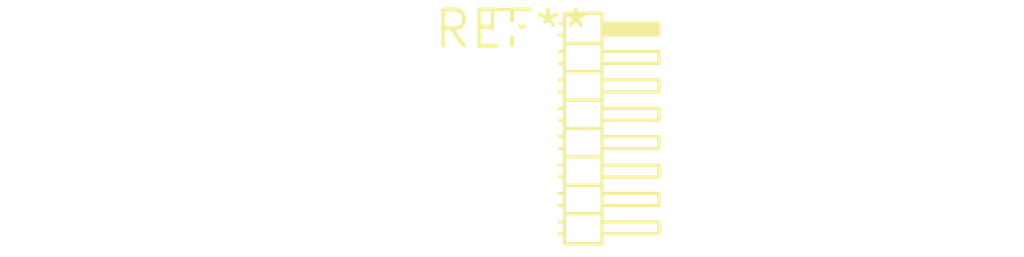
<source format=kicad_pcb>
(kicad_pcb (version 20240108) (generator pcbnew)
  (layers (0 "F.Cu" signal) (31 "B.Cu" signal) (34 "B.Paste" user) (35 "F.Paste" user) (36 "B.SilkS" user "B.Silkscreen") (37 "F.SilkS" user "F.Silkscreen") (38 "B.Mask" user) (39 "F.Mask" user) (44 "Edge.Cuts" user))
  (net 0 "")
  (footprint "PinHeader_2x08_P1.00mm_Horizontal" (layer "F.Cu") (at 0 0)
    (property "Reference" "REF**")
    (property "Value" "PinHeader_2x08_P1.00mm_Horizontal")
    (fp_line (start -0.685 -0.685) (end 0 -0.685) (layer "F.SilkS") (stroke (width 0.12)))
    (fp_line (start -0.685 0) (end -0.685 -0.685) (layer "F.SilkS") (stroke (width 0.12)))
    (fp_line (start 1.652016 -0.21) (end 1.84 -0.21) (layer "F.SilkS") (stroke (width 0.12)))
    (fp_line (start 1.652016 0.21) (end 1.84 0.21) (layer "F.SilkS") (stroke (width 0.12)))
    (fp_line (start 1.652016 0.79) (end 1.84 0.79) (layer "F.SilkS") (stroke (width 0.12)))
    (fp_line (start 1.652016 1.21) (end 1.84 1.21) (layer "F.SilkS") (stroke (width 0.12)))
    (fp_line (start 1.652016 1.79) (end 1.84 1.79) (layer "F.SilkS") (stroke (width 0.12)))
    (fp_line (start 1.652016 2.21) (end 1.84 2.21) (layer "F.SilkS") (stroke (width 0.12)))
    (fp_line (start 1.652016 2.79) (end 1.84 2.79) (layer "F.SilkS") (stroke (width 0.12)))
    (fp_line (start 1.652016 3.21) (end 1.84 3.21) (layer "F.SilkS") (stroke (width 0.12)))
    (fp_line (start 1.652016 3.79) (end 1.84 3.79) (layer "F.SilkS") (stroke (width 0.12)))
    (fp_line (start 1.652016 4.21) (end 1.84 4.21) (layer "F.SilkS") (stroke (width 0.12)))
    (fp_line (start 1.652016 4.79) (end 1.84 4.79) (layer "F.SilkS") (stroke (width 0.12)))
    (fp_line (start 1.652016 5.21) (end 1.84 5.21) (layer "F.SilkS") (stroke (width 0.12)))
    (fp_line (start 1.652016 5.79) (end 1.84 5.79) (layer "F.SilkS") (stroke (width 0.12)))
    (fp_line (start 1.652016 6.21) (end 1.84 6.21) (layer "F.SilkS") (stroke (width 0.12)))
    (fp_line (start 1.652016 6.79) (end 1.84 6.79) (layer "F.SilkS") (stroke (width 0.12)))
    (fp_line (start 1.652016 7.21) (end 1.84 7.21) (layer "F.SilkS") (stroke (width 0.12)))
    (fp_line (start 1.84 -0.56) (end 1.84 7.56) (layer "F.SilkS") (stroke (width 0.12)))
    (fp_line (start 1.84 0.5) (end 3.16 0.5) (layer "F.SilkS") (stroke (width 0.12)))
    (fp_line (start 1.84 1.5) (end 3.16 1.5) (layer "F.SilkS") (stroke (width 0.12)))
    (fp_line (start 1.84 2.5) (end 3.16 2.5) (layer "F.SilkS") (stroke (width 0.12)))
    (fp_line (start 1.84 3.5) (end 3.16 3.5) (layer "F.SilkS") (stroke (width 0.12)))
    (fp_line (start 1.84 4.5) (end 3.16 4.5) (layer "F.SilkS") (stroke (width 0.12)))
    (fp_line (start 1.84 5.5) (end 3.16 5.5) (layer "F.SilkS") (stroke (width 0.12)))
    (fp_line (start 1.84 6.5) (end 3.16 6.5) (layer "F.SilkS") (stroke (width 0.12)))
    (fp_line (start 1.84 7.56) (end 3.16 7.56) (layer "F.SilkS") (stroke (width 0.12)))
    (fp_line (start 3.16 -0.56) (end 1.84 -0.56) (layer "F.SilkS") (stroke (width 0.12)))
    (fp_line (start 3.16 -0.21) (end 5.16 -0.21) (layer "F.SilkS") (stroke (width 0.12)))
    (fp_line (start 3.16 -0.15) (end 5.16 -0.15) (layer "F.SilkS") (stroke (width 0.12)))
    (fp_line (start 3.16 -0.03) (end 5.16 -0.03) (layer "F.SilkS") (stroke (width 0.12)))
    (fp_line (start 3.16 0.09) (end 5.16 0.09) (layer "F.SilkS") (stroke (width 0.12)))
    (fp_line (start 3.16 0.79) (end 5.16 0.79) (layer "F.SilkS") (stroke (width 0.12)))
    (fp_line (start 3.16 1.79) (end 5.16 1.79) (layer "F.SilkS") (stroke (width 0.12)))
    (fp_line (start 3.16 2.79) (end 5.16 2.79) (layer "F.SilkS") (stroke (width 0.12)))
    (fp_line (start 3.16 3.79) (end 5.16 3.79) (layer "F.SilkS") (stroke (width 0.12)))
    (fp_line (start 3.16 4.79) (end 5.16 4.79) (layer "F.SilkS") (stroke (width 0.12)))
    (fp_line (start 3.16 5.79) (end 5.16 5.79) (layer "F.SilkS") (stroke (width 0.12)))
    (fp_line (start 3.16 6.79) (end 5.16 6.79) (layer "F.SilkS") (stroke (width 0.12)))
    (fp_line (start 3.16 7.56) (end 3.16 -0.56) (layer "F.SilkS") (stroke (width 0.12)))
    (fp_line (start 5.16 -0.21) (end 5.16 0.21) (layer "F.SilkS") (stroke (width 0.12)))
    (fp_line (start 5.16 0.21) (end 3.16 0.21) (layer "F.SilkS") (stroke (width 0.12)))
    (fp_line (start 5.16 0.79) (end 5.16 1.21) (layer "F.SilkS") (stroke (width 0.12)))
    (fp_line (start 5.16 1.21) (end 3.16 1.21) (layer "F.SilkS") (stroke (width 0.12)))
    (fp_line (start 5.16 1.79) (end 5.16 2.21) (layer "F.SilkS") (stroke (width 0.12)))
    (fp_line (start 5.16 2.21) (end 3.16 2.21) (layer "F.SilkS") (stroke (width 0.12)))
    (fp_line (start 5.16 2.79) (end 5.16 3.21) (layer "F.SilkS") (stroke (width 0.12)))
    (fp_line (start 5.16 3.21) (end 3.16 3.21) (layer "F.SilkS") (stroke (width 0.12)))
    (fp_line (start 5.16 3.79) (end 5.16 4.21) (layer "F.SilkS") (stroke (width 0.12)))
    (fp_line (start 5.16 4.21) (end 3.16 4.21) (layer "F.SilkS") (stroke (width 0.12)))
    (fp_line (start 5.16 4.79) (end 5.16 5.21) (layer "F.SilkS") (stroke (width 0.12)))
    (fp_line (start 5.16 5.21) (end 3.16 5.21) (layer "F.SilkS") (stroke (width 0.12)))
    (fp_line (start 5.16 5.79) (end 5.16 6.21) (layer "F.SilkS") (stroke (width 0.12)))
    (fp_line (start 5.16 6.21) (end 3.16 6.21) (layer "F.SilkS") (stroke (width 0.12)))
    (fp_line (start 5.16 6.79) (end 5.16 7.21) (layer "F.SilkS") (stroke (width 0.12)))
    (fp_line (start 5.16 7.21) (end 3.16 7.21) (layer "F.SilkS") (stroke (width 0.12)))
    (pad "1" thru_hole rect (at 0 0) (size 0.85 0.85) (drill 0.5) (layers *.Cu *.Mask) (remove_unused_layers))
    (pad "2" thru_hole oval (at 1 0) (size 0.85 0.85) (drill 0.5) (layers *.Cu *.Mask) (remove_unused_layers))
    (pad "3" thru_hole oval (at 0 1) (size 0.85 0.85) (drill 0.5) (layers *.Cu *.Mask) (remove_unused_layers))
    (pad "4" thru_hole oval (at 1 1) (size 0.85 0.85) (drill 0.5) (layers *.Cu *.Mask) (remove_unused_layers))
    (pad "5" thru_hole oval (at 0 2) (size 0.85 0.85) (drill 0.5) (layers *.Cu *.Mask) (remove_unused_layers))
    (pad "6" thru_hole oval (at 1 2) (size 0.85 0.85) (drill 0.5) (layers *.Cu *.Mask) (remove_unused_layers))
    (pad "7" thru_hole oval (at 0 3) (size 0.85 0.85) (drill 0.5) (layers *.Cu *.Mask) (remove_unused_layers))
    (pad "8" thru_hole oval (at 1 3) (size 0.85 0.85) (drill 0.5) (layers *.Cu *.Mask) (remove_unused_layers))
    (pad "9" thru_hole oval (at 0 4) (size 0.85 0.85) (drill 0.5) (layers *.Cu *.Mask) (remove_unused_layers))
    (pad "10" thru_hole oval (at 1 4) (size 0.85 0.85) (drill 0.5) (layers *.Cu *.Mask) (remove_unused_layers))
    (pad "11" thru_hole oval (at 0 5) (size 0.85 0.85) (drill 0.5) (layers *.Cu *.Mask) (remove_unused_layers))
    (pad "12" thru_hole oval (at 1 5) (size 0.85 0.85) (drill 0.5) (layers *.Cu *.Mask) (remove_unused_layers))
    (pad "13" thru_hole oval (at 0 6) (size 0.85 0.85) (drill 0.5) (layers *.Cu *.Mask) (remove_unused_layers))
    (pad "14" thru_hole oval (at 1 6) (size 0.85 0.85) (drill 0.5) (layers *.Cu *.Mask) (remove_unused_layers))
    (pad "15" thru_hole oval (at 0 7) (size 0.85 0.85) (drill 0.5) (layers *.Cu *.Mask) (remove_unused_layers))
    (pad "16" thru_hole oval (at 1 7) (size 0.85 0.85) (drill 0.5) (layers *.Cu *.Mask) (remove_unused_layers))
  )
)
</source>
